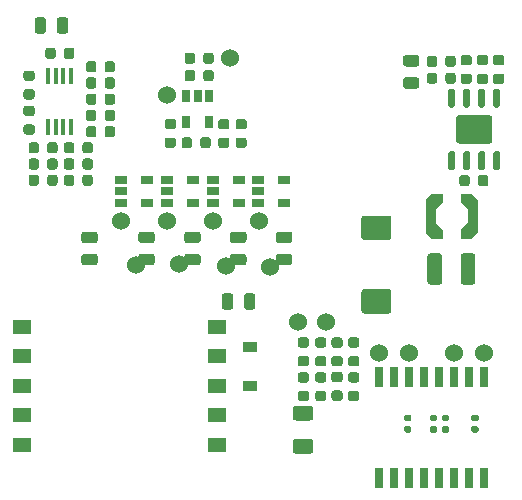
<source format=gbr>
%TF.GenerationSoftware,KiCad,Pcbnew,5.1.9+dfsg1-1*%
%TF.CreationDate,2022-05-18T17:07:19+03:00*%
%TF.ProjectId,Anemometr,416e656d-6f6d-4657-9472-2e6b69636164,rev?*%
%TF.SameCoordinates,Original*%
%TF.FileFunction,Soldermask,Bot*%
%TF.FilePolarity,Negative*%
%FSLAX46Y46*%
G04 Gerber Fmt 4.6, Leading zero omitted, Abs format (unit mm)*
G04 Created by KiCad (PCBNEW 5.1.9+dfsg1-1) date 2022-05-18 17:07:19*
%MOMM*%
%LPD*%
G01*
G04 APERTURE LIST*
%ADD10C,1.524000*%
%ADD11R,1.550000X1.270000*%
%ADD12C,0.100000*%
%ADD13R,0.890000X0.775000*%
%ADD14R,0.870000X2.790000*%
%ADD15R,1.060000X0.650000*%
%ADD16R,0.700000X1.670000*%
%ADD17R,1.200000X0.900000*%
%ADD18R,0.650000X1.060000*%
%ADD19R,0.450000X1.450000*%
G04 APERTURE END LIST*
D10*
%TO.C,J25*%
X39350000Y-66000000D03*
%TD*%
D11*
%TO.C,D14*%
X21689300Y-98738700D03*
X21689300Y-96238700D03*
X21689300Y-93738700D03*
X21689300Y-91238700D03*
X21689300Y-88738700D03*
X38229300Y-88738700D03*
X38229300Y-91238700D03*
X38229300Y-93738700D03*
X38229300Y-96238700D03*
X38229300Y-98738700D03*
%TD*%
%TO.C,C38*%
G36*
G01*
X56723100Y-96739100D02*
X56383100Y-96739100D01*
G75*
G02*
X56243100Y-96599100I0J140000D01*
G01*
X56243100Y-96319100D01*
G75*
G02*
X56383100Y-96179100I140000J0D01*
G01*
X56723100Y-96179100D01*
G75*
G02*
X56863100Y-96319100I0J-140000D01*
G01*
X56863100Y-96599100D01*
G75*
G02*
X56723100Y-96739100I-140000J0D01*
G01*
G37*
G36*
G01*
X56723100Y-97699100D02*
X56383100Y-97699100D01*
G75*
G02*
X56243100Y-97559100I0J140000D01*
G01*
X56243100Y-97279100D01*
G75*
G02*
X56383100Y-97139100I140000J0D01*
G01*
X56723100Y-97139100D01*
G75*
G02*
X56863100Y-97279100I0J-140000D01*
G01*
X56863100Y-97559100D01*
G75*
G02*
X56723100Y-97699100I-140000J0D01*
G01*
G37*
%TD*%
%TO.C,C35*%
G36*
G01*
X54553940Y-96736560D02*
X54213940Y-96736560D01*
G75*
G02*
X54073940Y-96596560I0J140000D01*
G01*
X54073940Y-96316560D01*
G75*
G02*
X54213940Y-96176560I140000J0D01*
G01*
X54553940Y-96176560D01*
G75*
G02*
X54693940Y-96316560I0J-140000D01*
G01*
X54693940Y-96596560D01*
G75*
G02*
X54553940Y-96736560I-140000J0D01*
G01*
G37*
G36*
G01*
X54553940Y-97696560D02*
X54213940Y-97696560D01*
G75*
G02*
X54073940Y-97556560I0J140000D01*
G01*
X54073940Y-97276560D01*
G75*
G02*
X54213940Y-97136560I140000J0D01*
G01*
X54553940Y-97136560D01*
G75*
G02*
X54693940Y-97276560I0J-140000D01*
G01*
X54693940Y-97556560D01*
G75*
G02*
X54553940Y-97696560I-140000J0D01*
G01*
G37*
%TD*%
%TO.C,C31*%
G36*
G01*
X60241000Y-96739100D02*
X59901000Y-96739100D01*
G75*
G02*
X59761000Y-96599100I0J140000D01*
G01*
X59761000Y-96319100D01*
G75*
G02*
X59901000Y-96179100I140000J0D01*
G01*
X60241000Y-96179100D01*
G75*
G02*
X60381000Y-96319100I0J-140000D01*
G01*
X60381000Y-96599100D01*
G75*
G02*
X60241000Y-96739100I-140000J0D01*
G01*
G37*
G36*
G01*
X60241000Y-97699100D02*
X59901000Y-97699100D01*
G75*
G02*
X59761000Y-97559100I0J140000D01*
G01*
X59761000Y-97279100D01*
G75*
G02*
X59901000Y-97139100I140000J0D01*
G01*
X60241000Y-97139100D01*
G75*
G02*
X60381000Y-97279100I0J-140000D01*
G01*
X60381000Y-97559100D01*
G75*
G02*
X60241000Y-97699100I-140000J0D01*
G01*
G37*
%TD*%
%TO.C,C27*%
G36*
G01*
X57751800Y-96739100D02*
X57411800Y-96739100D01*
G75*
G02*
X57271800Y-96599100I0J140000D01*
G01*
X57271800Y-96319100D01*
G75*
G02*
X57411800Y-96179100I140000J0D01*
G01*
X57751800Y-96179100D01*
G75*
G02*
X57891800Y-96319100I0J-140000D01*
G01*
X57891800Y-96599100D01*
G75*
G02*
X57751800Y-96739100I-140000J0D01*
G01*
G37*
G36*
G01*
X57751800Y-97699100D02*
X57411800Y-97699100D01*
G75*
G02*
X57271800Y-97559100I0J140000D01*
G01*
X57271800Y-97279100D01*
G75*
G02*
X57411800Y-97139100I140000J0D01*
G01*
X57751800Y-97139100D01*
G75*
G02*
X57891800Y-97279100I0J-140000D01*
G01*
X57891800Y-97559100D01*
G75*
G02*
X57751800Y-97699100I-140000J0D01*
G01*
G37*
%TD*%
%TO.C,C59*%
G36*
G01*
X40538110Y-72027300D02*
X40025610Y-72027300D01*
G75*
G02*
X39806860Y-71808550I0J218750D01*
G01*
X39806860Y-71371050D01*
G75*
G02*
X40025610Y-71152300I218750J0D01*
G01*
X40538110Y-71152300D01*
G75*
G02*
X40756860Y-71371050I0J-218750D01*
G01*
X40756860Y-71808550D01*
G75*
G02*
X40538110Y-72027300I-218750J0D01*
G01*
G37*
G36*
G01*
X40538110Y-73602300D02*
X40025610Y-73602300D01*
G75*
G02*
X39806860Y-73383550I0J218750D01*
G01*
X39806860Y-72946050D01*
G75*
G02*
X40025610Y-72727300I218750J0D01*
G01*
X40538110Y-72727300D01*
G75*
G02*
X40756860Y-72946050I0J-218750D01*
G01*
X40756860Y-73383550D01*
G75*
G02*
X40538110Y-73602300I-218750J0D01*
G01*
G37*
%TD*%
D12*
%TO.C,L5*%
G36*
X56465150Y-81322821D02*
G01*
X55902395Y-80769804D01*
X56252850Y-80413179D01*
X56815605Y-80966196D01*
X56465150Y-81322821D01*
G37*
G36*
X56994768Y-80894474D02*
G01*
X56414385Y-80299733D01*
X56772232Y-79950526D01*
X57352615Y-80545267D01*
X56994768Y-80894474D01*
G37*
D13*
X56907500Y-80932500D03*
D12*
G36*
X55902395Y-77980196D02*
G01*
X56465150Y-77427179D01*
X56815605Y-77783804D01*
X56252850Y-78336821D01*
X55902395Y-77980196D01*
G37*
G36*
X56414385Y-78450267D02*
G01*
X56994768Y-77855526D01*
X57352615Y-78204733D01*
X56772232Y-78799474D01*
X56414385Y-78450267D01*
G37*
D13*
X56907500Y-77817500D03*
D14*
X56337500Y-79375000D03*
D12*
G36*
X58852385Y-80545267D02*
G01*
X59432768Y-79950526D01*
X59790615Y-80299733D01*
X59210232Y-80894474D01*
X58852385Y-80545267D01*
G37*
D13*
X59297500Y-80932500D03*
D12*
G36*
X59389395Y-80966196D02*
G01*
X59952150Y-80413179D01*
X60302605Y-80769804D01*
X59739850Y-81322821D01*
X59389395Y-80966196D01*
G37*
G36*
X59952150Y-78336821D02*
G01*
X59389395Y-77783804D01*
X59739850Y-77427179D01*
X60302605Y-77980196D01*
X59952150Y-78336821D01*
G37*
G36*
X59432768Y-78799474D02*
G01*
X58852385Y-78204733D01*
X59210232Y-77855526D01*
X59790615Y-78450267D01*
X59432768Y-78799474D01*
G37*
D13*
X59297500Y-77817500D03*
D14*
X59867500Y-79375000D03*
%TD*%
%TO.C,C54*%
G36*
G01*
X57304640Y-82772940D02*
X57304640Y-84922940D01*
G75*
G02*
X57054640Y-85172940I-250000J0D01*
G01*
X56304640Y-85172940D01*
G75*
G02*
X56054640Y-84922940I0J250000D01*
G01*
X56054640Y-82772940D01*
G75*
G02*
X56304640Y-82522940I250000J0D01*
G01*
X57054640Y-82522940D01*
G75*
G02*
X57304640Y-82772940I0J-250000D01*
G01*
G37*
G36*
G01*
X60104640Y-82772940D02*
X60104640Y-84922940D01*
G75*
G02*
X59854640Y-85172940I-250000J0D01*
G01*
X59104640Y-85172940D01*
G75*
G02*
X58854640Y-84922940I0J250000D01*
G01*
X58854640Y-82772940D01*
G75*
G02*
X59104640Y-82522940I250000J0D01*
G01*
X59854640Y-82522940D01*
G75*
G02*
X60104640Y-82772940I0J-250000D01*
G01*
G37*
%TD*%
%TO.C,R42*%
G36*
G01*
X57576200Y-66524850D02*
X57576200Y-66012350D01*
G75*
G02*
X57794950Y-65793600I218750J0D01*
G01*
X58232450Y-65793600D01*
G75*
G02*
X58451200Y-66012350I0J-218750D01*
G01*
X58451200Y-66524850D01*
G75*
G02*
X58232450Y-66743600I-218750J0D01*
G01*
X57794950Y-66743600D01*
G75*
G02*
X57576200Y-66524850I0J218750D01*
G01*
G37*
G36*
G01*
X56001200Y-66524850D02*
X56001200Y-66012350D01*
G75*
G02*
X56219950Y-65793600I218750J0D01*
G01*
X56657450Y-65793600D01*
G75*
G02*
X56876200Y-66012350I0J-218750D01*
G01*
X56876200Y-66524850D01*
G75*
G02*
X56657450Y-66743600I-218750J0D01*
G01*
X56219950Y-66743600D01*
G75*
G02*
X56001200Y-66524850I0J218750D01*
G01*
G37*
%TD*%
%TO.C,R41*%
G36*
G01*
X59590650Y-66604400D02*
X59078150Y-66604400D01*
G75*
G02*
X58859400Y-66385650I0J218750D01*
G01*
X58859400Y-65948150D01*
G75*
G02*
X59078150Y-65729400I218750J0D01*
G01*
X59590650Y-65729400D01*
G75*
G02*
X59809400Y-65948150I0J-218750D01*
G01*
X59809400Y-66385650D01*
G75*
G02*
X59590650Y-66604400I-218750J0D01*
G01*
G37*
G36*
G01*
X59590650Y-68179400D02*
X59078150Y-68179400D01*
G75*
G02*
X58859400Y-67960650I0J218750D01*
G01*
X58859400Y-67523150D01*
G75*
G02*
X59078150Y-67304400I218750J0D01*
G01*
X59590650Y-67304400D01*
G75*
G02*
X59809400Y-67523150I0J-218750D01*
G01*
X59809400Y-67960650D01*
G75*
G02*
X59590650Y-68179400I-218750J0D01*
G01*
G37*
%TD*%
%TO.C,D17*%
G36*
G01*
X57952500Y-73871700D02*
X58252500Y-73871700D01*
G75*
G02*
X58402500Y-74021700I0J-150000D01*
G01*
X58402500Y-75321700D01*
G75*
G02*
X58252500Y-75471700I-150000J0D01*
G01*
X57952500Y-75471700D01*
G75*
G02*
X57802500Y-75321700I0J150000D01*
G01*
X57802500Y-74021700D01*
G75*
G02*
X57952500Y-73871700I150000J0D01*
G01*
G37*
G36*
G01*
X59222500Y-73871700D02*
X59522500Y-73871700D01*
G75*
G02*
X59672500Y-74021700I0J-150000D01*
G01*
X59672500Y-75321700D01*
G75*
G02*
X59522500Y-75471700I-150000J0D01*
G01*
X59222500Y-75471700D01*
G75*
G02*
X59072500Y-75321700I0J150000D01*
G01*
X59072500Y-74021700D01*
G75*
G02*
X59222500Y-73871700I150000J0D01*
G01*
G37*
G36*
G01*
X60492500Y-73871700D02*
X60792500Y-73871700D01*
G75*
G02*
X60942500Y-74021700I0J-150000D01*
G01*
X60942500Y-75321700D01*
G75*
G02*
X60792500Y-75471700I-150000J0D01*
G01*
X60492500Y-75471700D01*
G75*
G02*
X60342500Y-75321700I0J150000D01*
G01*
X60342500Y-74021700D01*
G75*
G02*
X60492500Y-73871700I150000J0D01*
G01*
G37*
G36*
G01*
X61762500Y-73871700D02*
X62062500Y-73871700D01*
G75*
G02*
X62212500Y-74021700I0J-150000D01*
G01*
X62212500Y-75321700D01*
G75*
G02*
X62062500Y-75471700I-150000J0D01*
G01*
X61762500Y-75471700D01*
G75*
G02*
X61612500Y-75321700I0J150000D01*
G01*
X61612500Y-74021700D01*
G75*
G02*
X61762500Y-73871700I150000J0D01*
G01*
G37*
G36*
G01*
X61762500Y-68571700D02*
X62062500Y-68571700D01*
G75*
G02*
X62212500Y-68721700I0J-150000D01*
G01*
X62212500Y-70021700D01*
G75*
G02*
X62062500Y-70171700I-150000J0D01*
G01*
X61762500Y-70171700D01*
G75*
G02*
X61612500Y-70021700I0J150000D01*
G01*
X61612500Y-68721700D01*
G75*
G02*
X61762500Y-68571700I150000J0D01*
G01*
G37*
G36*
G01*
X60492500Y-68571700D02*
X60792500Y-68571700D01*
G75*
G02*
X60942500Y-68721700I0J-150000D01*
G01*
X60942500Y-70021700D01*
G75*
G02*
X60792500Y-70171700I-150000J0D01*
G01*
X60492500Y-70171700D01*
G75*
G02*
X60342500Y-70021700I0J150000D01*
G01*
X60342500Y-68721700D01*
G75*
G02*
X60492500Y-68571700I150000J0D01*
G01*
G37*
G36*
G01*
X59222500Y-68571700D02*
X59522500Y-68571700D01*
G75*
G02*
X59672500Y-68721700I0J-150000D01*
G01*
X59672500Y-70021700D01*
G75*
G02*
X59522500Y-70171700I-150000J0D01*
G01*
X59222500Y-70171700D01*
G75*
G02*
X59072500Y-70021700I0J150000D01*
G01*
X59072500Y-68721700D01*
G75*
G02*
X59222500Y-68571700I150000J0D01*
G01*
G37*
G36*
G01*
X57952500Y-68571700D02*
X58252500Y-68571700D01*
G75*
G02*
X58402500Y-68721700I0J-150000D01*
G01*
X58402500Y-70021700D01*
G75*
G02*
X58252500Y-70171700I-150000J0D01*
G01*
X57952500Y-70171700D01*
G75*
G02*
X57802500Y-70021700I0J150000D01*
G01*
X57802500Y-68721700D01*
G75*
G02*
X57952500Y-68571700I150000J0D01*
G01*
G37*
G36*
G01*
X58707497Y-70816700D02*
X61307503Y-70816700D01*
G75*
G02*
X61557500Y-71066697I0J-249997D01*
G01*
X61557500Y-72976703D01*
G75*
G02*
X61307503Y-73226700I-249997J0D01*
G01*
X58707497Y-73226700D01*
G75*
G02*
X58457500Y-72976703I0J249997D01*
G01*
X58457500Y-71066697D01*
G75*
G02*
X58707497Y-70816700I249997J0D01*
G01*
G37*
%TD*%
%TO.C,C57*%
G36*
G01*
X56876200Y-67434750D02*
X56876200Y-67947250D01*
G75*
G02*
X56657450Y-68166000I-218750J0D01*
G01*
X56219950Y-68166000D01*
G75*
G02*
X56001200Y-67947250I0J218750D01*
G01*
X56001200Y-67434750D01*
G75*
G02*
X56219950Y-67216000I218750J0D01*
G01*
X56657450Y-67216000D01*
G75*
G02*
X56876200Y-67434750I0J-218750D01*
G01*
G37*
G36*
G01*
X58451200Y-67434750D02*
X58451200Y-67947250D01*
G75*
G02*
X58232450Y-68166000I-218750J0D01*
G01*
X57794950Y-68166000D01*
G75*
G02*
X57576200Y-67947250I0J218750D01*
G01*
X57576200Y-67434750D01*
G75*
G02*
X57794950Y-67216000I218750J0D01*
G01*
X58232450Y-67216000D01*
G75*
G02*
X58451200Y-67434750I0J-218750D01*
G01*
G37*
%TD*%
%TO.C,C55*%
G36*
G01*
X27898410Y-81660580D02*
X26985910Y-81660580D01*
G75*
G02*
X26742160Y-81416830I0J243750D01*
G01*
X26742160Y-80929330D01*
G75*
G02*
X26985910Y-80685580I243750J0D01*
G01*
X27898410Y-80685580D01*
G75*
G02*
X28142160Y-80929330I0J-243750D01*
G01*
X28142160Y-81416830D01*
G75*
G02*
X27898410Y-81660580I-243750J0D01*
G01*
G37*
G36*
G01*
X27898410Y-83535580D02*
X26985910Y-83535580D01*
G75*
G02*
X26742160Y-83291830I0J243750D01*
G01*
X26742160Y-82804330D01*
G75*
G02*
X26985910Y-82560580I243750J0D01*
G01*
X27898410Y-82560580D01*
G75*
G02*
X28142160Y-82804330I0J-243750D01*
G01*
X28142160Y-83291830D01*
G75*
G02*
X27898410Y-83535580I-243750J0D01*
G01*
G37*
%TD*%
%TO.C,C53*%
G36*
G01*
X60332100Y-76621350D02*
X60332100Y-76108850D01*
G75*
G02*
X60550850Y-75890100I218750J0D01*
G01*
X60988350Y-75890100D01*
G75*
G02*
X61207100Y-76108850I0J-218750D01*
G01*
X61207100Y-76621350D01*
G75*
G02*
X60988350Y-76840100I-218750J0D01*
G01*
X60550850Y-76840100D01*
G75*
G02*
X60332100Y-76621350I0J218750D01*
G01*
G37*
G36*
G01*
X58757100Y-76621350D02*
X58757100Y-76108850D01*
G75*
G02*
X58975850Y-75890100I218750J0D01*
G01*
X59413350Y-75890100D01*
G75*
G02*
X59632100Y-76108850I0J-218750D01*
G01*
X59632100Y-76621350D01*
G75*
G02*
X59413350Y-76840100I-218750J0D01*
G01*
X58975850Y-76840100D01*
G75*
G02*
X58757100Y-76621350I0J218750D01*
G01*
G37*
%TD*%
%TO.C,C52*%
G36*
G01*
X61821350Y-67304400D02*
X62333850Y-67304400D01*
G75*
G02*
X62552600Y-67523150I0J-218750D01*
G01*
X62552600Y-67960650D01*
G75*
G02*
X62333850Y-68179400I-218750J0D01*
G01*
X61821350Y-68179400D01*
G75*
G02*
X61602600Y-67960650I0J218750D01*
G01*
X61602600Y-67523150D01*
G75*
G02*
X61821350Y-67304400I218750J0D01*
G01*
G37*
G36*
G01*
X61821350Y-65729400D02*
X62333850Y-65729400D01*
G75*
G02*
X62552600Y-65948150I0J-218750D01*
G01*
X62552600Y-66385650D01*
G75*
G02*
X62333850Y-66604400I-218750J0D01*
G01*
X61821350Y-66604400D01*
G75*
G02*
X61602600Y-66385650I0J218750D01*
G01*
X61602600Y-65948150D01*
G75*
G02*
X61821350Y-65729400I218750J0D01*
G01*
G37*
%TD*%
%TO.C,C32*%
G36*
G01*
X60449750Y-67304400D02*
X60962250Y-67304400D01*
G75*
G02*
X61181000Y-67523150I0J-218750D01*
G01*
X61181000Y-67960650D01*
G75*
G02*
X60962250Y-68179400I-218750J0D01*
G01*
X60449750Y-68179400D01*
G75*
G02*
X60231000Y-67960650I0J218750D01*
G01*
X60231000Y-67523150D01*
G75*
G02*
X60449750Y-67304400I218750J0D01*
G01*
G37*
G36*
G01*
X60449750Y-65729400D02*
X60962250Y-65729400D01*
G75*
G02*
X61181000Y-65948150I0J-218750D01*
G01*
X61181000Y-66385650D01*
G75*
G02*
X60962250Y-66604400I-218750J0D01*
G01*
X60449750Y-66604400D01*
G75*
G02*
X60231000Y-66385650I0J218750D01*
G01*
X60231000Y-65948150D01*
G75*
G02*
X60449750Y-65729400I218750J0D01*
G01*
G37*
%TD*%
%TO.C,C30*%
G36*
G01*
X40513420Y-87062630D02*
X40513420Y-86150130D01*
G75*
G02*
X40757170Y-85906380I243750J0D01*
G01*
X41244670Y-85906380D01*
G75*
G02*
X41488420Y-86150130I0J-243750D01*
G01*
X41488420Y-87062630D01*
G75*
G02*
X41244670Y-87306380I-243750J0D01*
G01*
X40757170Y-87306380D01*
G75*
G02*
X40513420Y-87062630I0J243750D01*
G01*
G37*
G36*
G01*
X38638420Y-87062630D02*
X38638420Y-86150130D01*
G75*
G02*
X38882170Y-85906380I243750J0D01*
G01*
X39369670Y-85906380D01*
G75*
G02*
X39613420Y-86150130I0J-243750D01*
G01*
X39613420Y-87062630D01*
G75*
G02*
X39369670Y-87306380I-243750J0D01*
G01*
X38882170Y-87306380D01*
G75*
G02*
X38638420Y-87062630I0J243750D01*
G01*
G37*
%TD*%
%TO.C,C22*%
G36*
G01*
X55129750Y-66707600D02*
X54217250Y-66707600D01*
G75*
G02*
X53973500Y-66463850I0J243750D01*
G01*
X53973500Y-65976350D01*
G75*
G02*
X54217250Y-65732600I243750J0D01*
G01*
X55129750Y-65732600D01*
G75*
G02*
X55373500Y-65976350I0J-243750D01*
G01*
X55373500Y-66463850D01*
G75*
G02*
X55129750Y-66707600I-243750J0D01*
G01*
G37*
G36*
G01*
X55129750Y-68582600D02*
X54217250Y-68582600D01*
G75*
G02*
X53973500Y-68338850I0J243750D01*
G01*
X53973500Y-67851350D01*
G75*
G02*
X54217250Y-67607600I243750J0D01*
G01*
X55129750Y-67607600D01*
G75*
G02*
X55373500Y-67851350I0J-243750D01*
G01*
X55373500Y-68338850D01*
G75*
G02*
X55129750Y-68582600I-243750J0D01*
G01*
G37*
%TD*%
%TO.C,C49*%
G36*
G01*
X46139260Y-96674640D02*
X44889260Y-96674640D01*
G75*
G02*
X44639260Y-96424640I0J250000D01*
G01*
X44639260Y-95674640D01*
G75*
G02*
X44889260Y-95424640I250000J0D01*
G01*
X46139260Y-95424640D01*
G75*
G02*
X46389260Y-95674640I0J-250000D01*
G01*
X46389260Y-96424640D01*
G75*
G02*
X46139260Y-96674640I-250000J0D01*
G01*
G37*
G36*
G01*
X46139260Y-99474640D02*
X44889260Y-99474640D01*
G75*
G02*
X44639260Y-99224640I0J250000D01*
G01*
X44639260Y-98474640D01*
G75*
G02*
X44889260Y-98224640I250000J0D01*
G01*
X46139260Y-98224640D01*
G75*
G02*
X46389260Y-98474640I0J-250000D01*
G01*
X46389260Y-99224640D01*
G75*
G02*
X46139260Y-99474640I-250000J0D01*
G01*
G37*
%TD*%
D15*
%TO.C,U2*%
X30091200Y-78229500D03*
X30091200Y-77279500D03*
X30091200Y-76329500D03*
X32291200Y-76329500D03*
X32291200Y-78229500D03*
%TD*%
%TO.C,R40*%
G36*
G01*
X45805224Y-92088420D02*
X45292724Y-92088420D01*
G75*
G02*
X45073974Y-91869670I0J218750D01*
G01*
X45073974Y-91432170D01*
G75*
G02*
X45292724Y-91213420I218750J0D01*
G01*
X45805224Y-91213420D01*
G75*
G02*
X46023974Y-91432170I0J-218750D01*
G01*
X46023974Y-91869670D01*
G75*
G02*
X45805224Y-92088420I-218750J0D01*
G01*
G37*
G36*
G01*
X45805224Y-90513420D02*
X45292724Y-90513420D01*
G75*
G02*
X45073974Y-90294670I0J218750D01*
G01*
X45073974Y-89857170D01*
G75*
G02*
X45292724Y-89638420I218750J0D01*
G01*
X45805224Y-89638420D01*
G75*
G02*
X46023974Y-89857170I0J-218750D01*
G01*
X46023974Y-90294670D01*
G75*
G02*
X45805224Y-90513420I-218750J0D01*
G01*
G37*
%TD*%
%TO.C,R36*%
G36*
G01*
X47280400Y-92088420D02*
X46767900Y-92088420D01*
G75*
G02*
X46549150Y-91869670I0J218750D01*
G01*
X46549150Y-91432170D01*
G75*
G02*
X46767900Y-91213420I218750J0D01*
G01*
X47280400Y-91213420D01*
G75*
G02*
X47499150Y-91432170I0J-218750D01*
G01*
X47499150Y-91869670D01*
G75*
G02*
X47280400Y-92088420I-218750J0D01*
G01*
G37*
G36*
G01*
X47280400Y-90513420D02*
X46767900Y-90513420D01*
G75*
G02*
X46549150Y-90294670I0J218750D01*
G01*
X46549150Y-89857170D01*
G75*
G02*
X46767900Y-89638420I218750J0D01*
G01*
X47280400Y-89638420D01*
G75*
G02*
X47499150Y-89857170I0J-218750D01*
G01*
X47499150Y-90294670D01*
G75*
G02*
X47280400Y-90513420I-218750J0D01*
G01*
G37*
%TD*%
%TO.C,R32*%
G36*
G01*
X50063676Y-92088420D02*
X49551176Y-92088420D01*
G75*
G02*
X49332426Y-91869670I0J218750D01*
G01*
X49332426Y-91432170D01*
G75*
G02*
X49551176Y-91213420I218750J0D01*
G01*
X50063676Y-91213420D01*
G75*
G02*
X50282426Y-91432170I0J-218750D01*
G01*
X50282426Y-91869670D01*
G75*
G02*
X50063676Y-92088420I-218750J0D01*
G01*
G37*
G36*
G01*
X50063676Y-90513420D02*
X49551176Y-90513420D01*
G75*
G02*
X49332426Y-90294670I0J218750D01*
G01*
X49332426Y-89857170D01*
G75*
G02*
X49551176Y-89638420I218750J0D01*
G01*
X50063676Y-89638420D01*
G75*
G02*
X50282426Y-89857170I0J-218750D01*
G01*
X50282426Y-90294670D01*
G75*
G02*
X50063676Y-90513420I-218750J0D01*
G01*
G37*
%TD*%
%TO.C,R35*%
G36*
G01*
X48655952Y-92088420D02*
X48143452Y-92088420D01*
G75*
G02*
X47924702Y-91869670I0J218750D01*
G01*
X47924702Y-91432170D01*
G75*
G02*
X48143452Y-91213420I218750J0D01*
G01*
X48655952Y-91213420D01*
G75*
G02*
X48874702Y-91432170I0J-218750D01*
G01*
X48874702Y-91869670D01*
G75*
G02*
X48655952Y-92088420I-218750J0D01*
G01*
G37*
G36*
G01*
X48655952Y-90513420D02*
X48143452Y-90513420D01*
G75*
G02*
X47924702Y-90294670I0J218750D01*
G01*
X47924702Y-89857170D01*
G75*
G02*
X48143452Y-89638420I218750J0D01*
G01*
X48655952Y-89638420D01*
G75*
G02*
X48874702Y-89857170I0J-218750D01*
G01*
X48874702Y-90294670D01*
G75*
G02*
X48655952Y-90513420I-218750J0D01*
G01*
G37*
%TD*%
D16*
%TO.C,D10*%
X60845700Y-101559700D03*
X59575700Y-101559700D03*
X58305700Y-101559700D03*
X57035700Y-101559700D03*
X55765700Y-101559700D03*
X54495700Y-101559700D03*
X53225700Y-101559700D03*
X51955700Y-101559700D03*
X51955700Y-93029700D03*
X53225700Y-93029700D03*
X54495700Y-93029700D03*
X55765700Y-93029700D03*
X58305700Y-93029700D03*
X59575700Y-93029700D03*
X60845700Y-93029700D03*
X57035700Y-93029700D03*
%TD*%
%TO.C,C48*%
G36*
G01*
X45292724Y-92584820D02*
X45805224Y-92584820D01*
G75*
G02*
X46023974Y-92803570I0J-218750D01*
G01*
X46023974Y-93241070D01*
G75*
G02*
X45805224Y-93459820I-218750J0D01*
G01*
X45292724Y-93459820D01*
G75*
G02*
X45073974Y-93241070I0J218750D01*
G01*
X45073974Y-92803570D01*
G75*
G02*
X45292724Y-92584820I218750J0D01*
G01*
G37*
G36*
G01*
X45292724Y-94159820D02*
X45805224Y-94159820D01*
G75*
G02*
X46023974Y-94378570I0J-218750D01*
G01*
X46023974Y-94816070D01*
G75*
G02*
X45805224Y-95034820I-218750J0D01*
G01*
X45292724Y-95034820D01*
G75*
G02*
X45073974Y-94816070I0J218750D01*
G01*
X45073974Y-94378570D01*
G75*
G02*
X45292724Y-94159820I218750J0D01*
G01*
G37*
%TD*%
%TO.C,C46*%
G36*
G01*
X46767900Y-92584820D02*
X47280400Y-92584820D01*
G75*
G02*
X47499150Y-92803570I0J-218750D01*
G01*
X47499150Y-93241070D01*
G75*
G02*
X47280400Y-93459820I-218750J0D01*
G01*
X46767900Y-93459820D01*
G75*
G02*
X46549150Y-93241070I0J218750D01*
G01*
X46549150Y-92803570D01*
G75*
G02*
X46767900Y-92584820I218750J0D01*
G01*
G37*
G36*
G01*
X46767900Y-94159820D02*
X47280400Y-94159820D01*
G75*
G02*
X47499150Y-94378570I0J-218750D01*
G01*
X47499150Y-94816070D01*
G75*
G02*
X47280400Y-95034820I-218750J0D01*
G01*
X46767900Y-95034820D01*
G75*
G02*
X46549150Y-94816070I0J218750D01*
G01*
X46549150Y-94378570D01*
G75*
G02*
X46767900Y-94159820I218750J0D01*
G01*
G37*
%TD*%
%TO.C,C45*%
G36*
G01*
X48143452Y-92551800D02*
X48655952Y-92551800D01*
G75*
G02*
X48874702Y-92770550I0J-218750D01*
G01*
X48874702Y-93208050D01*
G75*
G02*
X48655952Y-93426800I-218750J0D01*
G01*
X48143452Y-93426800D01*
G75*
G02*
X47924702Y-93208050I0J218750D01*
G01*
X47924702Y-92770550D01*
G75*
G02*
X48143452Y-92551800I218750J0D01*
G01*
G37*
G36*
G01*
X48143452Y-94126800D02*
X48655952Y-94126800D01*
G75*
G02*
X48874702Y-94345550I0J-218750D01*
G01*
X48874702Y-94783050D01*
G75*
G02*
X48655952Y-95001800I-218750J0D01*
G01*
X48143452Y-95001800D01*
G75*
G02*
X47924702Y-94783050I0J218750D01*
G01*
X47924702Y-94345550D01*
G75*
G02*
X48143452Y-94126800I218750J0D01*
G01*
G37*
%TD*%
%TO.C,C42*%
G36*
G01*
X49551176Y-92584820D02*
X50063676Y-92584820D01*
G75*
G02*
X50282426Y-92803570I0J-218750D01*
G01*
X50282426Y-93241070D01*
G75*
G02*
X50063676Y-93459820I-218750J0D01*
G01*
X49551176Y-93459820D01*
G75*
G02*
X49332426Y-93241070I0J218750D01*
G01*
X49332426Y-92803570D01*
G75*
G02*
X49551176Y-92584820I218750J0D01*
G01*
G37*
G36*
G01*
X49551176Y-94159820D02*
X50063676Y-94159820D01*
G75*
G02*
X50282426Y-94378570I0J-218750D01*
G01*
X50282426Y-94816070D01*
G75*
G02*
X50063676Y-95034820I-218750J0D01*
G01*
X49551176Y-95034820D01*
G75*
G02*
X49332426Y-94816070I0J218750D01*
G01*
X49332426Y-94378570D01*
G75*
G02*
X49551176Y-94159820I218750J0D01*
G01*
G37*
%TD*%
%TO.C,C50*%
G36*
G01*
X52752100Y-87616940D02*
X50702100Y-87616940D01*
G75*
G02*
X50452100Y-87366940I0J250000D01*
G01*
X50452100Y-85791940D01*
G75*
G02*
X50702100Y-85541940I250000J0D01*
G01*
X52752100Y-85541940D01*
G75*
G02*
X53002100Y-85791940I0J-250000D01*
G01*
X53002100Y-87366940D01*
G75*
G02*
X52752100Y-87616940I-250000J0D01*
G01*
G37*
G36*
G01*
X52752100Y-81391940D02*
X50702100Y-81391940D01*
G75*
G02*
X50452100Y-81141940I0J250000D01*
G01*
X50452100Y-79566940D01*
G75*
G02*
X50702100Y-79316940I250000J0D01*
G01*
X52752100Y-79316940D01*
G75*
G02*
X53002100Y-79566940I0J-250000D01*
G01*
X53002100Y-81141940D01*
G75*
G02*
X52752100Y-81391940I-250000J0D01*
G01*
G37*
%TD*%
%TO.C,R16*%
G36*
G01*
X22068750Y-67050000D02*
X22581250Y-67050000D01*
G75*
G02*
X22800000Y-67268750I0J-218750D01*
G01*
X22800000Y-67706250D01*
G75*
G02*
X22581250Y-67925000I-218750J0D01*
G01*
X22068750Y-67925000D01*
G75*
G02*
X21850000Y-67706250I0J218750D01*
G01*
X21850000Y-67268750D01*
G75*
G02*
X22068750Y-67050000I218750J0D01*
G01*
G37*
G36*
G01*
X22068750Y-68625000D02*
X22581250Y-68625000D01*
G75*
G02*
X22800000Y-68843750I0J-218750D01*
G01*
X22800000Y-69281250D01*
G75*
G02*
X22581250Y-69500000I-218750J0D01*
G01*
X22068750Y-69500000D01*
G75*
G02*
X21850000Y-69281250I0J218750D01*
G01*
X21850000Y-68843750D01*
G75*
G02*
X22068750Y-68625000I218750J0D01*
G01*
G37*
%TD*%
%TO.C,R39*%
G36*
G01*
X39064910Y-73602300D02*
X38552410Y-73602300D01*
G75*
G02*
X38333660Y-73383550I0J218750D01*
G01*
X38333660Y-72946050D01*
G75*
G02*
X38552410Y-72727300I218750J0D01*
G01*
X39064910Y-72727300D01*
G75*
G02*
X39283660Y-72946050I0J-218750D01*
G01*
X39283660Y-73383550D01*
G75*
G02*
X39064910Y-73602300I-218750J0D01*
G01*
G37*
G36*
G01*
X39064910Y-72027300D02*
X38552410Y-72027300D01*
G75*
G02*
X38333660Y-71808550I0J218750D01*
G01*
X38333660Y-71371050D01*
G75*
G02*
X38552410Y-71152300I218750J0D01*
G01*
X39064910Y-71152300D01*
G75*
G02*
X39283660Y-71371050I0J-218750D01*
G01*
X39283660Y-71808550D01*
G75*
G02*
X39064910Y-72027300I-218750J0D01*
G01*
G37*
%TD*%
%TO.C,R37*%
G36*
G01*
X37950860Y-67218850D02*
X37950860Y-67731350D01*
G75*
G02*
X37732110Y-67950100I-218750J0D01*
G01*
X37294610Y-67950100D01*
G75*
G02*
X37075860Y-67731350I0J218750D01*
G01*
X37075860Y-67218850D01*
G75*
G02*
X37294610Y-67000100I218750J0D01*
G01*
X37732110Y-67000100D01*
G75*
G02*
X37950860Y-67218850I0J-218750D01*
G01*
G37*
G36*
G01*
X36375860Y-67218850D02*
X36375860Y-67731350D01*
G75*
G02*
X36157110Y-67950100I-218750J0D01*
G01*
X35719610Y-67950100D01*
G75*
G02*
X35500860Y-67731350I0J218750D01*
G01*
X35500860Y-67218850D01*
G75*
G02*
X35719610Y-67000100I218750J0D01*
G01*
X36157110Y-67000100D01*
G75*
G02*
X36375860Y-67218850I0J-218750D01*
G01*
G37*
%TD*%
%TO.C,R31*%
G36*
G01*
X29600000Y-66468750D02*
X29600000Y-66981250D01*
G75*
G02*
X29381250Y-67200000I-218750J0D01*
G01*
X28943750Y-67200000D01*
G75*
G02*
X28725000Y-66981250I0J218750D01*
G01*
X28725000Y-66468750D01*
G75*
G02*
X28943750Y-66250000I218750J0D01*
G01*
X29381250Y-66250000D01*
G75*
G02*
X29600000Y-66468750I0J-218750D01*
G01*
G37*
G36*
G01*
X28025000Y-66468750D02*
X28025000Y-66981250D01*
G75*
G02*
X27806250Y-67200000I-218750J0D01*
G01*
X27368750Y-67200000D01*
G75*
G02*
X27150000Y-66981250I0J218750D01*
G01*
X27150000Y-66468750D01*
G75*
G02*
X27368750Y-66250000I218750J0D01*
G01*
X27806250Y-66250000D01*
G75*
G02*
X28025000Y-66468750I0J-218750D01*
G01*
G37*
%TD*%
%TO.C,R17*%
G36*
G01*
X22285240Y-75216730D02*
X22285240Y-74704230D01*
G75*
G02*
X22503990Y-74485480I218750J0D01*
G01*
X22941490Y-74485480D01*
G75*
G02*
X23160240Y-74704230I0J-218750D01*
G01*
X23160240Y-75216730D01*
G75*
G02*
X22941490Y-75435480I-218750J0D01*
G01*
X22503990Y-75435480D01*
G75*
G02*
X22285240Y-75216730I0J218750D01*
G01*
G37*
G36*
G01*
X23860240Y-75216730D02*
X23860240Y-74704230D01*
G75*
G02*
X24078990Y-74485480I218750J0D01*
G01*
X24516490Y-74485480D01*
G75*
G02*
X24735240Y-74704230I0J-218750D01*
G01*
X24735240Y-75216730D01*
G75*
G02*
X24516490Y-75435480I-218750J0D01*
G01*
X24078990Y-75435480D01*
G75*
G02*
X23860240Y-75216730I0J218750D01*
G01*
G37*
%TD*%
%TO.C,R13*%
G36*
G01*
X22285240Y-76588330D02*
X22285240Y-76075830D01*
G75*
G02*
X22503990Y-75857080I218750J0D01*
G01*
X22941490Y-75857080D01*
G75*
G02*
X23160240Y-76075830I0J-218750D01*
G01*
X23160240Y-76588330D01*
G75*
G02*
X22941490Y-76807080I-218750J0D01*
G01*
X22503990Y-76807080D01*
G75*
G02*
X22285240Y-76588330I0J218750D01*
G01*
G37*
G36*
G01*
X23860240Y-76588330D02*
X23860240Y-76075830D01*
G75*
G02*
X24078990Y-75857080I218750J0D01*
G01*
X24516490Y-75857080D01*
G75*
G02*
X24735240Y-76075830I0J-218750D01*
G01*
X24735240Y-76588330D01*
G75*
G02*
X24516490Y-76807080I-218750J0D01*
G01*
X24078990Y-76807080D01*
G75*
G02*
X23860240Y-76588330I0J218750D01*
G01*
G37*
%TD*%
%TO.C,R29*%
G36*
G01*
X29600000Y-70593750D02*
X29600000Y-71106250D01*
G75*
G02*
X29381250Y-71325000I-218750J0D01*
G01*
X28943750Y-71325000D01*
G75*
G02*
X28725000Y-71106250I0J218750D01*
G01*
X28725000Y-70593750D01*
G75*
G02*
X28943750Y-70375000I218750J0D01*
G01*
X29381250Y-70375000D01*
G75*
G02*
X29600000Y-70593750I0J-218750D01*
G01*
G37*
G36*
G01*
X28025000Y-70593750D02*
X28025000Y-71106250D01*
G75*
G02*
X27806250Y-71325000I-218750J0D01*
G01*
X27368750Y-71325000D01*
G75*
G02*
X27150000Y-71106250I0J218750D01*
G01*
X27150000Y-70593750D01*
G75*
G02*
X27368750Y-70375000I218750J0D01*
G01*
X27806250Y-70375000D01*
G75*
G02*
X28025000Y-70593750I0J-218750D01*
G01*
G37*
%TD*%
%TO.C,R20*%
G36*
G01*
X27717440Y-74704230D02*
X27717440Y-75216730D01*
G75*
G02*
X27498690Y-75435480I-218750J0D01*
G01*
X27061190Y-75435480D01*
G75*
G02*
X26842440Y-75216730I0J218750D01*
G01*
X26842440Y-74704230D01*
G75*
G02*
X27061190Y-74485480I218750J0D01*
G01*
X27498690Y-74485480D01*
G75*
G02*
X27717440Y-74704230I0J-218750D01*
G01*
G37*
G36*
G01*
X26142440Y-74704230D02*
X26142440Y-75216730D01*
G75*
G02*
X25923690Y-75435480I-218750J0D01*
G01*
X25486190Y-75435480D01*
G75*
G02*
X25267440Y-75216730I0J218750D01*
G01*
X25267440Y-74704230D01*
G75*
G02*
X25486190Y-74485480I218750J0D01*
G01*
X25923690Y-74485480D01*
G75*
G02*
X26142440Y-74704230I0J-218750D01*
G01*
G37*
%TD*%
%TO.C,R25*%
G36*
G01*
X27717440Y-73332630D02*
X27717440Y-73845130D01*
G75*
G02*
X27498690Y-74063880I-218750J0D01*
G01*
X27061190Y-74063880D01*
G75*
G02*
X26842440Y-73845130I0J218750D01*
G01*
X26842440Y-73332630D01*
G75*
G02*
X27061190Y-73113880I218750J0D01*
G01*
X27498690Y-73113880D01*
G75*
G02*
X27717440Y-73332630I0J-218750D01*
G01*
G37*
G36*
G01*
X26142440Y-73332630D02*
X26142440Y-73845130D01*
G75*
G02*
X25923690Y-74063880I-218750J0D01*
G01*
X25486190Y-74063880D01*
G75*
G02*
X25267440Y-73845130I0J218750D01*
G01*
X25267440Y-73332630D01*
G75*
G02*
X25486190Y-73113880I218750J0D01*
G01*
X25923690Y-73113880D01*
G75*
G02*
X26142440Y-73332630I0J-218750D01*
G01*
G37*
%TD*%
%TO.C,R38*%
G36*
G01*
X35246860Y-73420950D02*
X35246860Y-72908450D01*
G75*
G02*
X35465610Y-72689700I218750J0D01*
G01*
X35903110Y-72689700D01*
G75*
G02*
X36121860Y-72908450I0J-218750D01*
G01*
X36121860Y-73420950D01*
G75*
G02*
X35903110Y-73639700I-218750J0D01*
G01*
X35465610Y-73639700D01*
G75*
G02*
X35246860Y-73420950I0J218750D01*
G01*
G37*
G36*
G01*
X36821860Y-73420950D02*
X36821860Y-72908450D01*
G75*
G02*
X37040610Y-72689700I218750J0D01*
G01*
X37478110Y-72689700D01*
G75*
G02*
X37696860Y-72908450I0J-218750D01*
G01*
X37696860Y-73420950D01*
G75*
G02*
X37478110Y-73639700I-218750J0D01*
G01*
X37040610Y-73639700D01*
G75*
G02*
X36821860Y-73420950I0J218750D01*
G01*
G37*
%TD*%
%TO.C,R33*%
G36*
G01*
X23707640Y-65844130D02*
X23707640Y-65331630D01*
G75*
G02*
X23926390Y-65112880I218750J0D01*
G01*
X24363890Y-65112880D01*
G75*
G02*
X24582640Y-65331630I0J-218750D01*
G01*
X24582640Y-65844130D01*
G75*
G02*
X24363890Y-66062880I-218750J0D01*
G01*
X23926390Y-66062880D01*
G75*
G02*
X23707640Y-65844130I0J218750D01*
G01*
G37*
G36*
G01*
X25282640Y-65844130D02*
X25282640Y-65331630D01*
G75*
G02*
X25501390Y-65112880I218750J0D01*
G01*
X25938890Y-65112880D01*
G75*
G02*
X26157640Y-65331630I0J-218750D01*
G01*
X26157640Y-65844130D01*
G75*
G02*
X25938890Y-66062880I-218750J0D01*
G01*
X25501390Y-66062880D01*
G75*
G02*
X25282640Y-65844130I0J218750D01*
G01*
G37*
%TD*%
%TO.C,C21*%
G36*
G01*
X22285240Y-73845130D02*
X22285240Y-73332630D01*
G75*
G02*
X22503990Y-73113880I218750J0D01*
G01*
X22941490Y-73113880D01*
G75*
G02*
X23160240Y-73332630I0J-218750D01*
G01*
X23160240Y-73845130D01*
G75*
G02*
X22941490Y-74063880I-218750J0D01*
G01*
X22503990Y-74063880D01*
G75*
G02*
X22285240Y-73845130I0J218750D01*
G01*
G37*
G36*
G01*
X23860240Y-73845130D02*
X23860240Y-73332630D01*
G75*
G02*
X24078990Y-73113880I218750J0D01*
G01*
X24516490Y-73113880D01*
G75*
G02*
X24735240Y-73332630I0J-218750D01*
G01*
X24735240Y-73845130D01*
G75*
G02*
X24516490Y-74063880I-218750J0D01*
G01*
X24078990Y-74063880D01*
G75*
G02*
X23860240Y-73845130I0J218750D01*
G01*
G37*
%TD*%
%TO.C,C41*%
G36*
G01*
X29600000Y-69218750D02*
X29600000Y-69731250D01*
G75*
G02*
X29381250Y-69950000I-218750J0D01*
G01*
X28943750Y-69950000D01*
G75*
G02*
X28725000Y-69731250I0J218750D01*
G01*
X28725000Y-69218750D01*
G75*
G02*
X28943750Y-69000000I218750J0D01*
G01*
X29381250Y-69000000D01*
G75*
G02*
X29600000Y-69218750I0J-218750D01*
G01*
G37*
G36*
G01*
X28025000Y-69218750D02*
X28025000Y-69731250D01*
G75*
G02*
X27806250Y-69950000I-218750J0D01*
G01*
X27368750Y-69950000D01*
G75*
G02*
X27150000Y-69731250I0J218750D01*
G01*
X27150000Y-69218750D01*
G75*
G02*
X27368750Y-69000000I218750J0D01*
G01*
X27806250Y-69000000D01*
G75*
G02*
X28025000Y-69218750I0J-218750D01*
G01*
G37*
%TD*%
%TO.C,C34*%
G36*
G01*
X29600000Y-71968750D02*
X29600000Y-72481250D01*
G75*
G02*
X29381250Y-72700000I-218750J0D01*
G01*
X28943750Y-72700000D01*
G75*
G02*
X28725000Y-72481250I0J218750D01*
G01*
X28725000Y-71968750D01*
G75*
G02*
X28943750Y-71750000I218750J0D01*
G01*
X29381250Y-71750000D01*
G75*
G02*
X29600000Y-71968750I0J-218750D01*
G01*
G37*
G36*
G01*
X28025000Y-71968750D02*
X28025000Y-72481250D01*
G75*
G02*
X27806250Y-72700000I-218750J0D01*
G01*
X27368750Y-72700000D01*
G75*
G02*
X27150000Y-72481250I0J218750D01*
G01*
X27150000Y-71968750D01*
G75*
G02*
X27368750Y-71750000I218750J0D01*
G01*
X27806250Y-71750000D01*
G75*
G02*
X28025000Y-71968750I0J-218750D01*
G01*
G37*
%TD*%
%TO.C,C47*%
G36*
G01*
X35500860Y-66258150D02*
X35500860Y-65745650D01*
G75*
G02*
X35719610Y-65526900I218750J0D01*
G01*
X36157110Y-65526900D01*
G75*
G02*
X36375860Y-65745650I0J-218750D01*
G01*
X36375860Y-66258150D01*
G75*
G02*
X36157110Y-66476900I-218750J0D01*
G01*
X35719610Y-66476900D01*
G75*
G02*
X35500860Y-66258150I0J218750D01*
G01*
G37*
G36*
G01*
X37075860Y-66258150D02*
X37075860Y-65745650D01*
G75*
G02*
X37294610Y-65526900I218750J0D01*
G01*
X37732110Y-65526900D01*
G75*
G02*
X37950860Y-65745650I0J-218750D01*
G01*
X37950860Y-66258150D01*
G75*
G02*
X37732110Y-66476900I-218750J0D01*
G01*
X37294610Y-66476900D01*
G75*
G02*
X37075860Y-66258150I0J218750D01*
G01*
G37*
%TD*%
%TO.C,C18*%
G36*
G01*
X27717440Y-76075830D02*
X27717440Y-76588330D01*
G75*
G02*
X27498690Y-76807080I-218750J0D01*
G01*
X27061190Y-76807080D01*
G75*
G02*
X26842440Y-76588330I0J218750D01*
G01*
X26842440Y-76075830D01*
G75*
G02*
X27061190Y-75857080I218750J0D01*
G01*
X27498690Y-75857080D01*
G75*
G02*
X27717440Y-76075830I0J-218750D01*
G01*
G37*
G36*
G01*
X26142440Y-76075830D02*
X26142440Y-76588330D01*
G75*
G02*
X25923690Y-76807080I-218750J0D01*
G01*
X25486190Y-76807080D01*
G75*
G02*
X25267440Y-76588330I0J218750D01*
G01*
X25267440Y-76075830D01*
G75*
G02*
X25486190Y-75857080I218750J0D01*
G01*
X25923690Y-75857080D01*
G75*
G02*
X26142440Y-76075830I0J-218750D01*
G01*
G37*
%TD*%
%TO.C,C40*%
G36*
G01*
X29600000Y-67843750D02*
X29600000Y-68356250D01*
G75*
G02*
X29381250Y-68575000I-218750J0D01*
G01*
X28943750Y-68575000D01*
G75*
G02*
X28725000Y-68356250I0J218750D01*
G01*
X28725000Y-67843750D01*
G75*
G02*
X28943750Y-67625000I218750J0D01*
G01*
X29381250Y-67625000D01*
G75*
G02*
X29600000Y-67843750I0J-218750D01*
G01*
G37*
G36*
G01*
X28025000Y-67843750D02*
X28025000Y-68356250D01*
G75*
G02*
X27806250Y-68575000I-218750J0D01*
G01*
X27368750Y-68575000D01*
G75*
G02*
X27150000Y-68356250I0J218750D01*
G01*
X27150000Y-67843750D01*
G75*
G02*
X27368750Y-67625000I218750J0D01*
G01*
X27806250Y-67625000D01*
G75*
G02*
X28025000Y-67843750I0J-218750D01*
G01*
G37*
%TD*%
%TO.C,C51*%
G36*
G01*
X34543710Y-73589600D02*
X34031210Y-73589600D01*
G75*
G02*
X33812460Y-73370850I0J218750D01*
G01*
X33812460Y-72933350D01*
G75*
G02*
X34031210Y-72714600I218750J0D01*
G01*
X34543710Y-72714600D01*
G75*
G02*
X34762460Y-72933350I0J-218750D01*
G01*
X34762460Y-73370850D01*
G75*
G02*
X34543710Y-73589600I-218750J0D01*
G01*
G37*
G36*
G01*
X34543710Y-72014600D02*
X34031210Y-72014600D01*
G75*
G02*
X33812460Y-71795850I0J218750D01*
G01*
X33812460Y-71358350D01*
G75*
G02*
X34031210Y-71139600I218750J0D01*
G01*
X34543710Y-71139600D01*
G75*
G02*
X34762460Y-71358350I0J-218750D01*
G01*
X34762460Y-71795850D01*
G75*
G02*
X34543710Y-72014600I-218750J0D01*
G01*
G37*
%TD*%
%TO.C,C17*%
G36*
G01*
X22068750Y-70025000D02*
X22581250Y-70025000D01*
G75*
G02*
X22800000Y-70243750I0J-218750D01*
G01*
X22800000Y-70681250D01*
G75*
G02*
X22581250Y-70900000I-218750J0D01*
G01*
X22068750Y-70900000D01*
G75*
G02*
X21850000Y-70681250I0J218750D01*
G01*
X21850000Y-70243750D01*
G75*
G02*
X22068750Y-70025000I218750J0D01*
G01*
G37*
G36*
G01*
X22068750Y-71600000D02*
X22581250Y-71600000D01*
G75*
G02*
X22800000Y-71818750I0J-218750D01*
G01*
X22800000Y-72256250D01*
G75*
G02*
X22581250Y-72475000I-218750J0D01*
G01*
X22068750Y-72475000D01*
G75*
G02*
X21850000Y-72256250I0J218750D01*
G01*
X21850000Y-71818750D01*
G75*
G02*
X22068750Y-71600000I218750J0D01*
G01*
G37*
%TD*%
D15*
%TO.C,U4*%
X37855132Y-78229500D03*
X37855132Y-77279500D03*
X37855132Y-76329500D03*
X40055132Y-76329500D03*
X40055132Y-78229500D03*
%TD*%
D10*
%TO.C,J17*%
X39024560Y-83596480D03*
%TD*%
%TO.C,J13*%
X41816020Y-79796640D03*
%TD*%
%TO.C,J16*%
X42760900Y-83677760D03*
%TD*%
%TO.C,J12*%
X37905266Y-79796640D03*
%TD*%
%TO.C,J15*%
X31338520Y-83466940D03*
%TD*%
%TO.C,J11*%
X33994513Y-79796640D03*
%TD*%
%TO.C,J14*%
X35026600Y-83451700D03*
%TD*%
%TO.C,J10*%
X30083760Y-79796640D03*
%TD*%
%TO.C,J23*%
X45074840Y-88371680D03*
%TD*%
%TO.C,J22*%
X51968400Y-90970100D03*
%TD*%
%TO.C,J21*%
X47424340Y-88371680D03*
%TD*%
%TO.C,J20*%
X54495700Y-90987034D03*
%TD*%
%TO.C,J19*%
X58293000Y-90953168D03*
%TD*%
%TO.C,J18*%
X60833000Y-90944700D03*
%TD*%
D17*
%TO.C,D16*%
X41003220Y-90440240D03*
X41003220Y-93740240D03*
%TD*%
%TO.C,C6*%
G36*
G01*
X39578382Y-80683040D02*
X40490882Y-80683040D01*
G75*
G02*
X40734632Y-80926790I0J-243750D01*
G01*
X40734632Y-81414290D01*
G75*
G02*
X40490882Y-81658040I-243750J0D01*
G01*
X39578382Y-81658040D01*
G75*
G02*
X39334632Y-81414290I0J243750D01*
G01*
X39334632Y-80926790D01*
G75*
G02*
X39578382Y-80683040I243750J0D01*
G01*
G37*
G36*
G01*
X39578382Y-82558040D02*
X40490882Y-82558040D01*
G75*
G02*
X40734632Y-82801790I0J-243750D01*
G01*
X40734632Y-83289290D01*
G75*
G02*
X40490882Y-83533040I-243750J0D01*
G01*
X39578382Y-83533040D01*
G75*
G02*
X39334632Y-83289290I0J243750D01*
G01*
X39334632Y-82801790D01*
G75*
G02*
X39578382Y-82558040I243750J0D01*
G01*
G37*
%TD*%
%TO.C,C5*%
G36*
G01*
X43460350Y-80683040D02*
X44372850Y-80683040D01*
G75*
G02*
X44616600Y-80926790I0J-243750D01*
G01*
X44616600Y-81414290D01*
G75*
G02*
X44372850Y-81658040I-243750J0D01*
G01*
X43460350Y-81658040D01*
G75*
G02*
X43216600Y-81414290I0J243750D01*
G01*
X43216600Y-80926790D01*
G75*
G02*
X43460350Y-80683040I243750J0D01*
G01*
G37*
G36*
G01*
X43460350Y-82558040D02*
X44372850Y-82558040D01*
G75*
G02*
X44616600Y-82801790I0J-243750D01*
G01*
X44616600Y-83289290D01*
G75*
G02*
X44372850Y-83533040I-243750J0D01*
G01*
X43460350Y-83533040D01*
G75*
G02*
X43216600Y-83289290I0J243750D01*
G01*
X43216600Y-82801790D01*
G75*
G02*
X43460350Y-82558040I243750J0D01*
G01*
G37*
%TD*%
%TO.C,C2*%
G36*
G01*
X31814450Y-80683040D02*
X32726950Y-80683040D01*
G75*
G02*
X32970700Y-80926790I0J-243750D01*
G01*
X32970700Y-81414290D01*
G75*
G02*
X32726950Y-81658040I-243750J0D01*
G01*
X31814450Y-81658040D01*
G75*
G02*
X31570700Y-81414290I0J243750D01*
G01*
X31570700Y-80926790D01*
G75*
G02*
X31814450Y-80683040I243750J0D01*
G01*
G37*
G36*
G01*
X31814450Y-82558040D02*
X32726950Y-82558040D01*
G75*
G02*
X32970700Y-82801790I0J-243750D01*
G01*
X32970700Y-83289290D01*
G75*
G02*
X32726950Y-83533040I-243750J0D01*
G01*
X31814450Y-83533040D01*
G75*
G02*
X31570700Y-83289290I0J243750D01*
G01*
X31570700Y-82801790D01*
G75*
G02*
X31814450Y-82558040I243750J0D01*
G01*
G37*
%TD*%
%TO.C,C1*%
G36*
G01*
X35696416Y-80683040D02*
X36608916Y-80683040D01*
G75*
G02*
X36852666Y-80926790I0J-243750D01*
G01*
X36852666Y-81414290D01*
G75*
G02*
X36608916Y-81658040I-243750J0D01*
G01*
X35696416Y-81658040D01*
G75*
G02*
X35452666Y-81414290I0J243750D01*
G01*
X35452666Y-80926790D01*
G75*
G02*
X35696416Y-80683040I243750J0D01*
G01*
G37*
G36*
G01*
X35696416Y-82558040D02*
X36608916Y-82558040D01*
G75*
G02*
X36852666Y-82801790I0J-243750D01*
G01*
X36852666Y-83289290D01*
G75*
G02*
X36608916Y-83533040I-243750J0D01*
G01*
X35696416Y-83533040D01*
G75*
G02*
X35452666Y-83289290I0J243750D01*
G01*
X35452666Y-82801790D01*
G75*
G02*
X35696416Y-82558040I243750J0D01*
G01*
G37*
%TD*%
%TO.C,C36*%
G36*
G01*
X22793900Y-63689550D02*
X22793900Y-62777050D01*
G75*
G02*
X23037650Y-62533300I243750J0D01*
G01*
X23525150Y-62533300D01*
G75*
G02*
X23768900Y-62777050I0J-243750D01*
G01*
X23768900Y-63689550D01*
G75*
G02*
X23525150Y-63933300I-243750J0D01*
G01*
X23037650Y-63933300D01*
G75*
G02*
X22793900Y-63689550I0J243750D01*
G01*
G37*
G36*
G01*
X24668900Y-63689550D02*
X24668900Y-62777050D01*
G75*
G02*
X24912650Y-62533300I243750J0D01*
G01*
X25400150Y-62533300D01*
G75*
G02*
X25643900Y-62777050I0J-243750D01*
G01*
X25643900Y-63689550D01*
G75*
G02*
X25400150Y-63933300I-243750J0D01*
G01*
X24912650Y-63933300D01*
G75*
G02*
X24668900Y-63689550I0J243750D01*
G01*
G37*
%TD*%
D10*
%TO.C,J24*%
X34025000Y-69150000D03*
%TD*%
D15*
%TO.C,U5*%
X41737100Y-78229500D03*
X41737100Y-77279500D03*
X41737100Y-76329500D03*
X43937100Y-76329500D03*
X43937100Y-78229500D03*
%TD*%
D18*
%TO.C,U8*%
X35636160Y-69219900D03*
X36586160Y-69219900D03*
X37536160Y-69219900D03*
X37536160Y-71419900D03*
X35636160Y-71419900D03*
%TD*%
D19*
%TO.C,D7*%
X25882240Y-71864580D03*
X25232240Y-71864580D03*
X24582240Y-71864580D03*
X23932240Y-71864580D03*
X23932240Y-67464580D03*
X24582240Y-67464580D03*
X25232240Y-67464580D03*
X25882240Y-67464580D03*
%TD*%
D15*
%TO.C,U3*%
X33973166Y-78229500D03*
X33973166Y-77279500D03*
X33973166Y-76329500D03*
X36173166Y-76329500D03*
X36173166Y-78229500D03*
%TD*%
M02*

</source>
